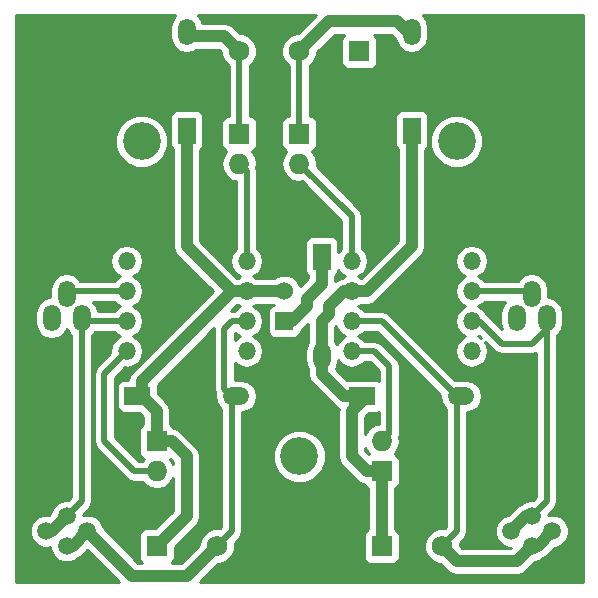
<source format=gtl>
G04 (created by PCBNEW (2013-07-07 BZR 4022)-stable) date 3/20/2015 7:52:39 PM*
%MOIN*%
G04 Gerber Fmt 3.4, Leading zero omitted, Abs format*
%FSLAX34Y34*%
G01*
G70*
G90*
G04 APERTURE LIST*
%ADD10C,0.00590551*%
%ADD11O,0.059X0.0885*%
%ADD12R,0.069X0.069*%
%ADD13C,0.069*%
%ADD14O,0.059X0.059*%
%ADD15R,0.06X0.06*%
%ADD16C,0.06*%
%ADD17C,0.059*%
%ADD18O,0.069X0.069*%
%ADD19C,0.125984*%
%ADD20R,0.0885X0.059*%
%ADD21O,0.0885X0.059*%
%ADD22R,0.059X0.0885*%
%ADD23C,0.04*%
%ADD24C,0.02*%
%ADD25C,0.01*%
G04 APERTURE END LIST*
G54D10*
G54D11*
X50000Y-36397D03*
X50500Y-35602D03*
X51000Y-36397D03*
X34500Y-36397D03*
X35000Y-35602D03*
X35500Y-36397D03*
G54D12*
X44750Y-27500D03*
G54D13*
X42750Y-27500D03*
X40750Y-27500D03*
G54D12*
X38000Y-44000D03*
G54D13*
X40000Y-44000D03*
G54D12*
X45500Y-44000D03*
G54D13*
X47500Y-44000D03*
G54D14*
X48500Y-35500D03*
X44500Y-35500D03*
X44500Y-34500D03*
X48500Y-34500D03*
X41000Y-34500D03*
X37000Y-34500D03*
X44500Y-37500D03*
X48500Y-37500D03*
X37000Y-37500D03*
X41000Y-37500D03*
X44500Y-36500D03*
X48500Y-36500D03*
X37000Y-35500D03*
X41000Y-35500D03*
X41000Y-36500D03*
X37000Y-36500D03*
G54D15*
X42250Y-36500D03*
G54D16*
X42250Y-35500D03*
G54D17*
X50500Y-43007D03*
X51188Y-43500D03*
X49811Y-43500D03*
X50500Y-43992D03*
X35000Y-43007D03*
X35688Y-43500D03*
X34311Y-43500D03*
X35000Y-43992D03*
G54D12*
X38000Y-40500D03*
G54D18*
X38000Y-41500D03*
G54D12*
X45500Y-41500D03*
G54D18*
X45500Y-40500D03*
G54D12*
X40750Y-30250D03*
G54D18*
X40750Y-31250D03*
G54D12*
X42750Y-30250D03*
G54D18*
X42750Y-31250D03*
G54D19*
X48000Y-30500D03*
X42750Y-41000D03*
X37500Y-30500D03*
G54D20*
X37352Y-39000D03*
G54D21*
X40647Y-39000D03*
G54D22*
X46500Y-30147D03*
G54D11*
X46500Y-26852D03*
G54D22*
X39000Y-30147D03*
G54D11*
X39000Y-26852D03*
G54D22*
X43500Y-34352D03*
G54D11*
X43500Y-37647D03*
G54D20*
X44852Y-39000D03*
G54D21*
X48147Y-39000D03*
G54D23*
X44500Y-35500D02*
X44250Y-35500D01*
X43500Y-36500D02*
X43500Y-37500D01*
X43750Y-36250D02*
X43500Y-36500D01*
X43750Y-36000D02*
X43750Y-36250D01*
X44250Y-35500D02*
X43750Y-36000D01*
X45500Y-41500D02*
X45500Y-44000D01*
X45500Y-41500D02*
X45000Y-41500D01*
X44500Y-39500D02*
X45000Y-39000D01*
X44500Y-41000D02*
X44500Y-39500D01*
X45000Y-41500D02*
X44500Y-41000D01*
X43500Y-37500D02*
X43500Y-38250D01*
X43500Y-38250D02*
X44250Y-39000D01*
X44250Y-39000D02*
X45000Y-39000D01*
X44500Y-35500D02*
X45000Y-35500D01*
X45000Y-35500D02*
X46500Y-34000D01*
X46500Y-34000D02*
X46500Y-30000D01*
X42750Y-27500D02*
X43750Y-26500D01*
X46000Y-26500D02*
X46500Y-27000D01*
X45250Y-26500D02*
X46000Y-26500D01*
X43750Y-26500D02*
X45250Y-26500D01*
G54D24*
X42750Y-27500D02*
X42750Y-30250D01*
G54D23*
X38000Y-40500D02*
X38500Y-40500D01*
X39000Y-43000D02*
X38000Y-44000D01*
X39000Y-42000D02*
X39000Y-43000D01*
X39000Y-41000D02*
X39000Y-42000D01*
X38500Y-40500D02*
X39000Y-41000D01*
X40500Y-35500D02*
X37500Y-38500D01*
X37500Y-38500D02*
X37500Y-39000D01*
X41000Y-35500D02*
X40500Y-35500D01*
X40500Y-35500D02*
X39000Y-34000D01*
X39000Y-34000D02*
X39000Y-30000D01*
X41000Y-35500D02*
X42250Y-35500D01*
X38000Y-40500D02*
X38000Y-39500D01*
X38000Y-39500D02*
X37500Y-39000D01*
G54D24*
X40750Y-27500D02*
X40750Y-30250D01*
G54D23*
X40750Y-27500D02*
X40250Y-27000D01*
X40250Y-27000D02*
X39000Y-27000D01*
X43500Y-34500D02*
X43500Y-35250D01*
X42500Y-36500D02*
X42250Y-36500D01*
X43000Y-36000D02*
X42500Y-36500D01*
X43000Y-35750D02*
X43000Y-36000D01*
X43500Y-35250D02*
X43000Y-35750D01*
G54D24*
X50500Y-43007D02*
X51000Y-42507D01*
X51000Y-42507D02*
X51000Y-36250D01*
G54D23*
X49811Y-43500D02*
X50303Y-43007D01*
X50303Y-43007D02*
X50500Y-43007D01*
G54D24*
X48500Y-36500D02*
X48750Y-36500D01*
X48750Y-36500D02*
X49500Y-37250D01*
X49500Y-37250D02*
X50500Y-37250D01*
X50500Y-37250D02*
X51000Y-36750D01*
X51000Y-36750D02*
X51000Y-36250D01*
X40750Y-31250D02*
X41000Y-31500D01*
X41000Y-31500D02*
X41000Y-34500D01*
X42750Y-31250D02*
X44500Y-33000D01*
X44500Y-33000D02*
X44500Y-34500D01*
X44500Y-37500D02*
X45250Y-37500D01*
X45250Y-37500D02*
X45750Y-38000D01*
X45750Y-38000D02*
X45750Y-40250D01*
X45750Y-40250D02*
X45500Y-40500D01*
G54D23*
X40000Y-44000D02*
X39000Y-45000D01*
X37188Y-45000D02*
X35688Y-43500D01*
X39000Y-45000D02*
X37188Y-45000D01*
G54D24*
X41000Y-36500D02*
X40500Y-36500D01*
X40500Y-36500D02*
X40250Y-36750D01*
X40250Y-36750D02*
X40250Y-38750D01*
X40250Y-38750D02*
X40500Y-39000D01*
X40000Y-44000D02*
X40500Y-43500D01*
X40500Y-43500D02*
X40500Y-39000D01*
G54D23*
X35000Y-43992D02*
X35196Y-43992D01*
X35196Y-43992D02*
X35688Y-43500D01*
G54D24*
X48500Y-35500D02*
X50250Y-35500D01*
X50250Y-35500D02*
X50500Y-35750D01*
X35000Y-43007D02*
X35500Y-42507D01*
X35500Y-42507D02*
X35500Y-36250D01*
X35500Y-36250D02*
X35750Y-36500D01*
X35750Y-36500D02*
X37000Y-36500D01*
G54D23*
X34311Y-43500D02*
X34507Y-43500D01*
X34507Y-43500D02*
X35000Y-43007D01*
G54D24*
X44500Y-36500D02*
X45000Y-36500D01*
X45000Y-36500D02*
X45500Y-36500D01*
X45500Y-36500D02*
X48000Y-39000D01*
X47500Y-44000D02*
X48000Y-43500D01*
X48000Y-43500D02*
X48000Y-39000D01*
G54D23*
X50500Y-43992D02*
X50696Y-43992D01*
X50696Y-43992D02*
X51188Y-43500D01*
X47500Y-44000D02*
X48000Y-44500D01*
X48000Y-44500D02*
X49750Y-44500D01*
X49750Y-44500D02*
X50000Y-44500D01*
X50000Y-44500D02*
X50500Y-44000D01*
X50500Y-44000D02*
X50500Y-43992D01*
G54D24*
X37000Y-35500D02*
X35500Y-35500D01*
X35500Y-35500D02*
X35250Y-35500D01*
X35250Y-35500D02*
X35000Y-35750D01*
X37000Y-37500D02*
X36250Y-38250D01*
X36250Y-38250D02*
X36250Y-39500D01*
X36250Y-39500D02*
X36250Y-40500D01*
X36250Y-40500D02*
X37250Y-41500D01*
X37250Y-41500D02*
X38000Y-41500D01*
G54D10*
G36*
X36775Y-36000D02*
X36603Y-36114D01*
X36580Y-36150D01*
X36027Y-36150D01*
X36003Y-36027D01*
X35885Y-35851D01*
X35883Y-35850D01*
X36580Y-35850D01*
X36603Y-35885D01*
X36775Y-36000D01*
X36775Y-36000D01*
G37*
G54D25*
X36775Y-36000D02*
X36603Y-36114D01*
X36580Y-36150D01*
X36027Y-36150D01*
X36003Y-36027D01*
X35885Y-35851D01*
X35883Y-35850D01*
X36580Y-35850D01*
X36603Y-35885D01*
X36775Y-36000D01*
G54D10*
G36*
X38550Y-41262D02*
X38549Y-41260D01*
X38429Y-41080D01*
X38439Y-41076D01*
X38550Y-41186D01*
X38550Y-41262D01*
X38550Y-41262D01*
G37*
G54D25*
X38550Y-41262D02*
X38549Y-41260D01*
X38429Y-41080D01*
X38439Y-41076D01*
X38550Y-41186D01*
X38550Y-41262D01*
G54D10*
G36*
X38550Y-42813D02*
X37958Y-43404D01*
X37605Y-43404D01*
X37513Y-43442D01*
X37443Y-43513D01*
X37405Y-43605D01*
X37404Y-43704D01*
X37404Y-44394D01*
X37442Y-44486D01*
X37506Y-44550D01*
X37375Y-44550D01*
X36234Y-43408D01*
X36234Y-43392D01*
X36151Y-43191D01*
X35998Y-43038D01*
X35797Y-42955D01*
X35581Y-42954D01*
X35545Y-42969D01*
X35545Y-42957D01*
X35747Y-42755D01*
X35823Y-42641D01*
X35823Y-42641D01*
X35850Y-42507D01*
X35850Y-36967D01*
X35885Y-36943D01*
X35948Y-36850D01*
X36580Y-36850D01*
X36603Y-36885D01*
X36775Y-37000D01*
X36603Y-37114D01*
X36485Y-37291D01*
X36444Y-37500D01*
X36454Y-37550D01*
X36002Y-38002D01*
X35926Y-38116D01*
X35900Y-38250D01*
X35900Y-39500D01*
X35900Y-40500D01*
X35926Y-40633D01*
X36002Y-40747D01*
X37002Y-41747D01*
X37116Y-41823D01*
X37250Y-41850D01*
X37524Y-41850D01*
X37579Y-41932D01*
X37772Y-42061D01*
X38000Y-42106D01*
X38227Y-42061D01*
X38420Y-41932D01*
X38549Y-41739D01*
X38550Y-41737D01*
X38550Y-42000D01*
X38550Y-42813D01*
X38550Y-42813D01*
G37*
G54D25*
X38550Y-42813D02*
X37958Y-43404D01*
X37605Y-43404D01*
X37513Y-43442D01*
X37443Y-43513D01*
X37405Y-43605D01*
X37404Y-43704D01*
X37404Y-44394D01*
X37442Y-44486D01*
X37506Y-44550D01*
X37375Y-44550D01*
X36234Y-43408D01*
X36234Y-43392D01*
X36151Y-43191D01*
X35998Y-43038D01*
X35797Y-42955D01*
X35581Y-42954D01*
X35545Y-42969D01*
X35545Y-42957D01*
X35747Y-42755D01*
X35823Y-42641D01*
X35823Y-42641D01*
X35850Y-42507D01*
X35850Y-36967D01*
X35885Y-36943D01*
X35948Y-36850D01*
X36580Y-36850D01*
X36603Y-36885D01*
X36775Y-37000D01*
X36603Y-37114D01*
X36485Y-37291D01*
X36444Y-37500D01*
X36454Y-37550D01*
X36002Y-38002D01*
X35926Y-38116D01*
X35900Y-38250D01*
X35900Y-39500D01*
X35900Y-40500D01*
X35926Y-40633D01*
X36002Y-40747D01*
X37002Y-41747D01*
X37116Y-41823D01*
X37250Y-41850D01*
X37524Y-41850D01*
X37579Y-41932D01*
X37772Y-42061D01*
X38000Y-42106D01*
X38227Y-42061D01*
X38420Y-41932D01*
X38549Y-41739D01*
X38550Y-41737D01*
X38550Y-42000D01*
X38550Y-42813D01*
G54D10*
G36*
X40150Y-43355D02*
X40099Y-43405D01*
X39882Y-43404D01*
X39663Y-43495D01*
X39495Y-43662D01*
X39405Y-43881D01*
X39405Y-43958D01*
X38813Y-44550D01*
X38493Y-44550D01*
X38556Y-44486D01*
X38594Y-44394D01*
X38595Y-44295D01*
X38595Y-44041D01*
X39318Y-43318D01*
X39415Y-43172D01*
X39450Y-43000D01*
X39450Y-42000D01*
X39450Y-41000D01*
X39415Y-40827D01*
X39318Y-40681D01*
X38818Y-40181D01*
X38672Y-40084D01*
X38578Y-40065D01*
X38557Y-40013D01*
X38486Y-39943D01*
X38450Y-39927D01*
X38450Y-39500D01*
X38415Y-39327D01*
X38318Y-39181D01*
X38045Y-38908D01*
X38045Y-38655D01*
X38026Y-38610D01*
X39903Y-36733D01*
X39900Y-36750D01*
X39900Y-38750D01*
X39926Y-38883D01*
X39955Y-38927D01*
X39941Y-39000D01*
X39982Y-39208D01*
X40101Y-39385D01*
X40150Y-39418D01*
X40150Y-43355D01*
X40150Y-43355D01*
G37*
G54D25*
X40150Y-43355D02*
X40099Y-43405D01*
X39882Y-43404D01*
X39663Y-43495D01*
X39495Y-43662D01*
X39405Y-43881D01*
X39405Y-43958D01*
X38813Y-44550D01*
X38493Y-44550D01*
X38556Y-44486D01*
X38594Y-44394D01*
X38595Y-44295D01*
X38595Y-44041D01*
X39318Y-43318D01*
X39415Y-43172D01*
X39450Y-43000D01*
X39450Y-42000D01*
X39450Y-41000D01*
X39415Y-40827D01*
X39318Y-40681D01*
X38818Y-40181D01*
X38672Y-40084D01*
X38578Y-40065D01*
X38557Y-40013D01*
X38486Y-39943D01*
X38450Y-39927D01*
X38450Y-39500D01*
X38415Y-39327D01*
X38318Y-39181D01*
X38045Y-38908D01*
X38045Y-38655D01*
X38026Y-38610D01*
X39903Y-36733D01*
X39900Y-36750D01*
X39900Y-38750D01*
X39926Y-38883D01*
X39955Y-38927D01*
X39941Y-39000D01*
X39982Y-39208D01*
X40101Y-39385D01*
X40150Y-39418D01*
X40150Y-43355D01*
G54D10*
G36*
X40775Y-35000D02*
X40700Y-35050D01*
X40686Y-35050D01*
X39450Y-33813D01*
X39450Y-30788D01*
X39506Y-30731D01*
X39544Y-30639D01*
X39545Y-30540D01*
X39545Y-29655D01*
X39507Y-29563D01*
X39436Y-29493D01*
X39344Y-29455D01*
X39245Y-29454D01*
X38655Y-29454D01*
X38563Y-29492D01*
X38493Y-29563D01*
X38455Y-29655D01*
X38454Y-29754D01*
X38454Y-30639D01*
X38492Y-30731D01*
X38550Y-30788D01*
X38550Y-34000D01*
X38584Y-34172D01*
X38681Y-34318D01*
X39863Y-35500D01*
X38382Y-36980D01*
X38382Y-30660D01*
X38379Y-30493D01*
X38380Y-30325D01*
X38377Y-30318D01*
X38376Y-30310D01*
X38254Y-30013D01*
X38250Y-30012D01*
X38246Y-30002D01*
X37999Y-29754D01*
X37988Y-29749D01*
X37986Y-29745D01*
X37830Y-29684D01*
X37675Y-29620D01*
X37667Y-29620D01*
X37660Y-29617D01*
X37493Y-29620D01*
X37325Y-29619D01*
X37318Y-29622D01*
X37310Y-29623D01*
X37013Y-29745D01*
X37012Y-29749D01*
X37002Y-29753D01*
X36754Y-30000D01*
X36749Y-30011D01*
X36745Y-30013D01*
X36684Y-30169D01*
X36620Y-30324D01*
X36620Y-30332D01*
X36617Y-30339D01*
X36620Y-30506D01*
X36619Y-30674D01*
X36622Y-30681D01*
X36623Y-30689D01*
X36745Y-30986D01*
X36749Y-30987D01*
X36753Y-30997D01*
X37000Y-31245D01*
X37011Y-31250D01*
X37013Y-31254D01*
X37169Y-31315D01*
X37324Y-31379D01*
X37332Y-31379D01*
X37339Y-31382D01*
X37506Y-31379D01*
X37674Y-31380D01*
X37681Y-31377D01*
X37689Y-31376D01*
X37986Y-31254D01*
X37987Y-31250D01*
X37997Y-31246D01*
X38245Y-30999D01*
X38250Y-30988D01*
X38254Y-30986D01*
X38315Y-30830D01*
X38379Y-30675D01*
X38379Y-30667D01*
X38382Y-30660D01*
X38382Y-36980D01*
X37181Y-38181D01*
X37084Y-38327D01*
X37058Y-38454D01*
X36860Y-38454D01*
X36768Y-38492D01*
X36698Y-38563D01*
X36660Y-38655D01*
X36659Y-38754D01*
X36659Y-39344D01*
X36697Y-39436D01*
X36768Y-39506D01*
X36860Y-39544D01*
X36959Y-39545D01*
X37408Y-39545D01*
X37550Y-39686D01*
X37550Y-39927D01*
X37513Y-39942D01*
X37443Y-40013D01*
X37405Y-40105D01*
X37404Y-40204D01*
X37404Y-40894D01*
X37442Y-40986D01*
X37513Y-41056D01*
X37570Y-41080D01*
X37524Y-41150D01*
X37394Y-41150D01*
X36600Y-40355D01*
X36600Y-39500D01*
X36600Y-38394D01*
X36956Y-38038D01*
X36989Y-38045D01*
X37010Y-38045D01*
X37219Y-38003D01*
X37396Y-37885D01*
X37514Y-37708D01*
X37555Y-37500D01*
X37514Y-37291D01*
X37396Y-37114D01*
X37224Y-37000D01*
X37396Y-36885D01*
X37514Y-36708D01*
X37555Y-36500D01*
X37514Y-36291D01*
X37396Y-36114D01*
X37224Y-36000D01*
X37396Y-35885D01*
X37514Y-35708D01*
X37555Y-35500D01*
X37514Y-35291D01*
X37396Y-35114D01*
X37224Y-34999D01*
X37396Y-34885D01*
X37514Y-34708D01*
X37555Y-34500D01*
X37514Y-34291D01*
X37396Y-34114D01*
X37219Y-33996D01*
X37010Y-33955D01*
X36989Y-33955D01*
X36780Y-33996D01*
X36603Y-34114D01*
X36485Y-34291D01*
X36444Y-34500D01*
X36485Y-34708D01*
X36603Y-34885D01*
X36775Y-35000D01*
X36603Y-35114D01*
X36580Y-35150D01*
X35500Y-35150D01*
X35448Y-35150D01*
X35385Y-35056D01*
X35208Y-34937D01*
X35000Y-34896D01*
X34791Y-34937D01*
X34614Y-35056D01*
X34496Y-35232D01*
X34455Y-35441D01*
X34455Y-35700D01*
X34291Y-35732D01*
X34114Y-35851D01*
X33996Y-36027D01*
X33955Y-36236D01*
X33955Y-36558D01*
X33996Y-36767D01*
X34114Y-36943D01*
X34291Y-37062D01*
X34500Y-37103D01*
X34708Y-37062D01*
X34885Y-36943D01*
X34999Y-36772D01*
X35114Y-36943D01*
X35150Y-36967D01*
X35150Y-42362D01*
X35049Y-42462D01*
X34892Y-42462D01*
X34691Y-42545D01*
X34538Y-42698D01*
X34455Y-42898D01*
X34455Y-42916D01*
X34416Y-42955D01*
X34203Y-42954D01*
X34002Y-43037D01*
X33849Y-43190D01*
X33766Y-43391D01*
X33765Y-43607D01*
X33848Y-43808D01*
X34001Y-43961D01*
X34202Y-44044D01*
X34418Y-44045D01*
X34454Y-44030D01*
X34454Y-44100D01*
X34537Y-44300D01*
X34690Y-44453D01*
X34891Y-44537D01*
X35107Y-44537D01*
X35308Y-44454D01*
X35351Y-44411D01*
X35369Y-44407D01*
X35515Y-44310D01*
X35688Y-44136D01*
X36752Y-45200D01*
X33300Y-45200D01*
X33300Y-26300D01*
X38623Y-26300D01*
X38614Y-26306D01*
X38496Y-26482D01*
X38455Y-26691D01*
X38455Y-27013D01*
X38496Y-27222D01*
X38614Y-27398D01*
X38791Y-27517D01*
X39000Y-27558D01*
X39208Y-27517D01*
X39308Y-27450D01*
X40063Y-27450D01*
X40154Y-27541D01*
X40154Y-27617D01*
X40245Y-27836D01*
X40400Y-27991D01*
X40400Y-29654D01*
X40355Y-29654D01*
X40263Y-29692D01*
X40193Y-29763D01*
X40155Y-29855D01*
X40154Y-29954D01*
X40154Y-30644D01*
X40192Y-30736D01*
X40263Y-30806D01*
X40320Y-30830D01*
X40200Y-31010D01*
X40155Y-31238D01*
X40155Y-31261D01*
X40200Y-31489D01*
X40329Y-31682D01*
X40522Y-31811D01*
X40650Y-31836D01*
X40650Y-34083D01*
X40603Y-34114D01*
X40485Y-34291D01*
X40444Y-34500D01*
X40485Y-34708D01*
X40603Y-34885D01*
X40775Y-35000D01*
X40775Y-35000D01*
G37*
G54D25*
X40775Y-35000D02*
X40700Y-35050D01*
X40686Y-35050D01*
X39450Y-33813D01*
X39450Y-30788D01*
X39506Y-30731D01*
X39544Y-30639D01*
X39545Y-30540D01*
X39545Y-29655D01*
X39507Y-29563D01*
X39436Y-29493D01*
X39344Y-29455D01*
X39245Y-29454D01*
X38655Y-29454D01*
X38563Y-29492D01*
X38493Y-29563D01*
X38455Y-29655D01*
X38454Y-29754D01*
X38454Y-30639D01*
X38492Y-30731D01*
X38550Y-30788D01*
X38550Y-34000D01*
X38584Y-34172D01*
X38681Y-34318D01*
X39863Y-35500D01*
X38382Y-36980D01*
X38382Y-30660D01*
X38379Y-30493D01*
X38380Y-30325D01*
X38377Y-30318D01*
X38376Y-30310D01*
X38254Y-30013D01*
X38250Y-30012D01*
X38246Y-30002D01*
X37999Y-29754D01*
X37988Y-29749D01*
X37986Y-29745D01*
X37830Y-29684D01*
X37675Y-29620D01*
X37667Y-29620D01*
X37660Y-29617D01*
X37493Y-29620D01*
X37325Y-29619D01*
X37318Y-29622D01*
X37310Y-29623D01*
X37013Y-29745D01*
X37012Y-29749D01*
X37002Y-29753D01*
X36754Y-30000D01*
X36749Y-30011D01*
X36745Y-30013D01*
X36684Y-30169D01*
X36620Y-30324D01*
X36620Y-30332D01*
X36617Y-30339D01*
X36620Y-30506D01*
X36619Y-30674D01*
X36622Y-30681D01*
X36623Y-30689D01*
X36745Y-30986D01*
X36749Y-30987D01*
X36753Y-30997D01*
X37000Y-31245D01*
X37011Y-31250D01*
X37013Y-31254D01*
X37169Y-31315D01*
X37324Y-31379D01*
X37332Y-31379D01*
X37339Y-31382D01*
X37506Y-31379D01*
X37674Y-31380D01*
X37681Y-31377D01*
X37689Y-31376D01*
X37986Y-31254D01*
X37987Y-31250D01*
X37997Y-31246D01*
X38245Y-30999D01*
X38250Y-30988D01*
X38254Y-30986D01*
X38315Y-30830D01*
X38379Y-30675D01*
X38379Y-30667D01*
X38382Y-30660D01*
X38382Y-36980D01*
X37181Y-38181D01*
X37084Y-38327D01*
X37058Y-38454D01*
X36860Y-38454D01*
X36768Y-38492D01*
X36698Y-38563D01*
X36660Y-38655D01*
X36659Y-38754D01*
X36659Y-39344D01*
X36697Y-39436D01*
X36768Y-39506D01*
X36860Y-39544D01*
X36959Y-39545D01*
X37408Y-39545D01*
X37550Y-39686D01*
X37550Y-39927D01*
X37513Y-39942D01*
X37443Y-40013D01*
X37405Y-40105D01*
X37404Y-40204D01*
X37404Y-40894D01*
X37442Y-40986D01*
X37513Y-41056D01*
X37570Y-41080D01*
X37524Y-41150D01*
X37394Y-41150D01*
X36600Y-40355D01*
X36600Y-39500D01*
X36600Y-38394D01*
X36956Y-38038D01*
X36989Y-38045D01*
X37010Y-38045D01*
X37219Y-38003D01*
X37396Y-37885D01*
X37514Y-37708D01*
X37555Y-37500D01*
X37514Y-37291D01*
X37396Y-37114D01*
X37224Y-37000D01*
X37396Y-36885D01*
X37514Y-36708D01*
X37555Y-36500D01*
X37514Y-36291D01*
X37396Y-36114D01*
X37224Y-36000D01*
X37396Y-35885D01*
X37514Y-35708D01*
X37555Y-35500D01*
X37514Y-35291D01*
X37396Y-35114D01*
X37224Y-34999D01*
X37396Y-34885D01*
X37514Y-34708D01*
X37555Y-34500D01*
X37514Y-34291D01*
X37396Y-34114D01*
X37219Y-33996D01*
X37010Y-33955D01*
X36989Y-33955D01*
X36780Y-33996D01*
X36603Y-34114D01*
X36485Y-34291D01*
X36444Y-34500D01*
X36485Y-34708D01*
X36603Y-34885D01*
X36775Y-35000D01*
X36603Y-35114D01*
X36580Y-35150D01*
X35500Y-35150D01*
X35448Y-35150D01*
X35385Y-35056D01*
X35208Y-34937D01*
X35000Y-34896D01*
X34791Y-34937D01*
X34614Y-35056D01*
X34496Y-35232D01*
X34455Y-35441D01*
X34455Y-35700D01*
X34291Y-35732D01*
X34114Y-35851D01*
X33996Y-36027D01*
X33955Y-36236D01*
X33955Y-36558D01*
X33996Y-36767D01*
X34114Y-36943D01*
X34291Y-37062D01*
X34500Y-37103D01*
X34708Y-37062D01*
X34885Y-36943D01*
X34999Y-36772D01*
X35114Y-36943D01*
X35150Y-36967D01*
X35150Y-42362D01*
X35049Y-42462D01*
X34892Y-42462D01*
X34691Y-42545D01*
X34538Y-42698D01*
X34455Y-42898D01*
X34455Y-42916D01*
X34416Y-42955D01*
X34203Y-42954D01*
X34002Y-43037D01*
X33849Y-43190D01*
X33766Y-43391D01*
X33765Y-43607D01*
X33848Y-43808D01*
X34001Y-43961D01*
X34202Y-44044D01*
X34418Y-44045D01*
X34454Y-44030D01*
X34454Y-44100D01*
X34537Y-44300D01*
X34690Y-44453D01*
X34891Y-44537D01*
X35107Y-44537D01*
X35308Y-44454D01*
X35351Y-44411D01*
X35369Y-44407D01*
X35515Y-44310D01*
X35688Y-44136D01*
X36752Y-45200D01*
X33300Y-45200D01*
X33300Y-26300D01*
X38623Y-26300D01*
X38614Y-26306D01*
X38496Y-26482D01*
X38455Y-26691D01*
X38455Y-27013D01*
X38496Y-27222D01*
X38614Y-27398D01*
X38791Y-27517D01*
X39000Y-27558D01*
X39208Y-27517D01*
X39308Y-27450D01*
X40063Y-27450D01*
X40154Y-27541D01*
X40154Y-27617D01*
X40245Y-27836D01*
X40400Y-27991D01*
X40400Y-29654D01*
X40355Y-29654D01*
X40263Y-29692D01*
X40193Y-29763D01*
X40155Y-29855D01*
X40154Y-29954D01*
X40154Y-30644D01*
X40192Y-30736D01*
X40263Y-30806D01*
X40320Y-30830D01*
X40200Y-31010D01*
X40155Y-31238D01*
X40155Y-31261D01*
X40200Y-31489D01*
X40329Y-31682D01*
X40522Y-31811D01*
X40650Y-31836D01*
X40650Y-34083D01*
X40603Y-34114D01*
X40485Y-34291D01*
X40444Y-34500D01*
X40485Y-34708D01*
X40603Y-34885D01*
X40775Y-35000D01*
G54D10*
G36*
X40775Y-36000D02*
X40603Y-36114D01*
X40580Y-36150D01*
X40500Y-36150D01*
X40483Y-36153D01*
X40686Y-35950D01*
X40700Y-35950D01*
X40775Y-36000D01*
X40775Y-36000D01*
G37*
G54D25*
X40775Y-36000D02*
X40603Y-36114D01*
X40580Y-36150D01*
X40500Y-36150D01*
X40483Y-36153D01*
X40686Y-35950D01*
X40700Y-35950D01*
X40775Y-36000D01*
G54D10*
G36*
X40775Y-37000D02*
X40603Y-37114D01*
X40600Y-37120D01*
X40600Y-36894D01*
X40607Y-36887D01*
X40775Y-37000D01*
X40775Y-37000D01*
G37*
G54D25*
X40775Y-37000D02*
X40603Y-37114D01*
X40600Y-37120D01*
X40600Y-36894D01*
X40607Y-36887D01*
X40775Y-37000D01*
G54D10*
G36*
X44150Y-34083D02*
X44103Y-34114D01*
X44045Y-34202D01*
X44045Y-33860D01*
X44007Y-33768D01*
X43936Y-33698D01*
X43844Y-33660D01*
X43745Y-33659D01*
X43155Y-33659D01*
X43063Y-33697D01*
X42993Y-33768D01*
X42955Y-33860D01*
X42954Y-33959D01*
X42954Y-34844D01*
X42992Y-34936D01*
X43050Y-34993D01*
X43050Y-35063D01*
X42777Y-35336D01*
X42716Y-35188D01*
X42561Y-35034D01*
X42359Y-34950D01*
X42141Y-34949D01*
X41938Y-35033D01*
X41922Y-35050D01*
X41299Y-35050D01*
X41224Y-34999D01*
X41396Y-34885D01*
X41514Y-34708D01*
X41555Y-34500D01*
X41514Y-34291D01*
X41396Y-34114D01*
X41350Y-34083D01*
X41350Y-31500D01*
X41323Y-31368D01*
X41345Y-31261D01*
X41345Y-31238D01*
X41299Y-31010D01*
X41179Y-30830D01*
X41236Y-30807D01*
X41306Y-30736D01*
X41344Y-30644D01*
X41345Y-30545D01*
X41345Y-29855D01*
X41307Y-29763D01*
X41236Y-29693D01*
X41144Y-29655D01*
X41100Y-29655D01*
X41100Y-27991D01*
X41254Y-27837D01*
X41344Y-27618D01*
X41345Y-27382D01*
X41254Y-27163D01*
X41087Y-26995D01*
X40868Y-26905D01*
X40791Y-26905D01*
X40568Y-26681D01*
X40422Y-26584D01*
X40250Y-26550D01*
X39516Y-26550D01*
X39503Y-26482D01*
X39385Y-26306D01*
X39376Y-26300D01*
X43313Y-26300D01*
X42708Y-26904D01*
X42632Y-26904D01*
X42413Y-26995D01*
X42245Y-27162D01*
X42155Y-27381D01*
X42154Y-27617D01*
X42245Y-27836D01*
X42400Y-27991D01*
X42400Y-29654D01*
X42355Y-29654D01*
X42263Y-29692D01*
X42193Y-29763D01*
X42155Y-29855D01*
X42154Y-29954D01*
X42154Y-30644D01*
X42192Y-30736D01*
X42263Y-30806D01*
X42320Y-30830D01*
X42200Y-31010D01*
X42155Y-31238D01*
X42155Y-31261D01*
X42200Y-31489D01*
X42329Y-31682D01*
X42522Y-31811D01*
X42750Y-31856D01*
X42843Y-31838D01*
X44150Y-33144D01*
X44150Y-34083D01*
X44150Y-34083D01*
G37*
G54D25*
X44150Y-34083D02*
X44103Y-34114D01*
X44045Y-34202D01*
X44045Y-33860D01*
X44007Y-33768D01*
X43936Y-33698D01*
X43844Y-33660D01*
X43745Y-33659D01*
X43155Y-33659D01*
X43063Y-33697D01*
X42993Y-33768D01*
X42955Y-33860D01*
X42954Y-33959D01*
X42954Y-34844D01*
X42992Y-34936D01*
X43050Y-34993D01*
X43050Y-35063D01*
X42777Y-35336D01*
X42716Y-35188D01*
X42561Y-35034D01*
X42359Y-34950D01*
X42141Y-34949D01*
X41938Y-35033D01*
X41922Y-35050D01*
X41299Y-35050D01*
X41224Y-34999D01*
X41396Y-34885D01*
X41514Y-34708D01*
X41555Y-34500D01*
X41514Y-34291D01*
X41396Y-34114D01*
X41350Y-34083D01*
X41350Y-31500D01*
X41323Y-31368D01*
X41345Y-31261D01*
X41345Y-31238D01*
X41299Y-31010D01*
X41179Y-30830D01*
X41236Y-30807D01*
X41306Y-30736D01*
X41344Y-30644D01*
X41345Y-30545D01*
X41345Y-29855D01*
X41307Y-29763D01*
X41236Y-29693D01*
X41144Y-29655D01*
X41100Y-29655D01*
X41100Y-27991D01*
X41254Y-27837D01*
X41344Y-27618D01*
X41345Y-27382D01*
X41254Y-27163D01*
X41087Y-26995D01*
X40868Y-26905D01*
X40791Y-26905D01*
X40568Y-26681D01*
X40422Y-26584D01*
X40250Y-26550D01*
X39516Y-26550D01*
X39503Y-26482D01*
X39385Y-26306D01*
X39376Y-26300D01*
X43313Y-26300D01*
X42708Y-26904D01*
X42632Y-26904D01*
X42413Y-26995D01*
X42245Y-27162D01*
X42155Y-27381D01*
X42154Y-27617D01*
X42245Y-27836D01*
X42400Y-27991D01*
X42400Y-29654D01*
X42355Y-29654D01*
X42263Y-29692D01*
X42193Y-29763D01*
X42155Y-29855D01*
X42154Y-29954D01*
X42154Y-30644D01*
X42192Y-30736D01*
X42263Y-30806D01*
X42320Y-30830D01*
X42200Y-31010D01*
X42155Y-31238D01*
X42155Y-31261D01*
X42200Y-31489D01*
X42329Y-31682D01*
X42522Y-31811D01*
X42750Y-31856D01*
X42843Y-31838D01*
X44150Y-33144D01*
X44150Y-34083D01*
G54D10*
G36*
X44275Y-35000D02*
X44179Y-35063D01*
X44077Y-35084D01*
X43950Y-35169D01*
X43950Y-34993D01*
X44006Y-34936D01*
X44044Y-34844D01*
X44044Y-34797D01*
X44103Y-34885D01*
X44275Y-35000D01*
X44275Y-35000D01*
G37*
G54D25*
X44275Y-35000D02*
X44179Y-35063D01*
X44077Y-35084D01*
X43950Y-35169D01*
X43950Y-34993D01*
X44006Y-34936D01*
X44044Y-34844D01*
X44044Y-34797D01*
X44103Y-34885D01*
X44275Y-35000D01*
G54D10*
G36*
X44275Y-37000D02*
X44103Y-37114D01*
X43999Y-37271D01*
X43950Y-37197D01*
X43950Y-36686D01*
X43976Y-36660D01*
X43985Y-36708D01*
X44103Y-36885D01*
X44275Y-37000D01*
X44275Y-37000D01*
G37*
G54D25*
X44275Y-37000D02*
X44103Y-37114D01*
X43999Y-37271D01*
X43950Y-37197D01*
X43950Y-36686D01*
X43976Y-36660D01*
X43985Y-36708D01*
X44103Y-36885D01*
X44275Y-37000D01*
G54D10*
G36*
X45070Y-40919D02*
X45060Y-40923D01*
X44950Y-40813D01*
X44950Y-40737D01*
X44950Y-40739D01*
X45070Y-40919D01*
X45070Y-40919D01*
G37*
G54D25*
X45070Y-40919D02*
X45060Y-40923D01*
X44950Y-40813D01*
X44950Y-40737D01*
X44950Y-40739D01*
X45070Y-40919D01*
G54D10*
G36*
X45400Y-38477D02*
X45344Y-38455D01*
X45245Y-38454D01*
X44360Y-38454D01*
X44346Y-38460D01*
X43963Y-38077D01*
X44003Y-38017D01*
X44045Y-37808D01*
X44045Y-37797D01*
X44103Y-37885D01*
X44280Y-38003D01*
X44489Y-38045D01*
X44510Y-38045D01*
X44719Y-38003D01*
X44896Y-37885D01*
X44919Y-37850D01*
X45105Y-37850D01*
X45400Y-38144D01*
X45400Y-38477D01*
X45400Y-38477D01*
G37*
G54D25*
X45400Y-38477D02*
X45344Y-38455D01*
X45245Y-38454D01*
X44360Y-38454D01*
X44346Y-38460D01*
X43963Y-38077D01*
X44003Y-38017D01*
X44045Y-37808D01*
X44045Y-37797D01*
X44103Y-37885D01*
X44280Y-38003D01*
X44489Y-38045D01*
X44510Y-38045D01*
X44719Y-38003D01*
X44896Y-37885D01*
X44919Y-37850D01*
X45105Y-37850D01*
X45400Y-38144D01*
X45400Y-38477D01*
G54D10*
G36*
X45400Y-39913D02*
X45272Y-39938D01*
X45079Y-40067D01*
X44950Y-40260D01*
X44950Y-40262D01*
X44950Y-39686D01*
X45091Y-39545D01*
X45344Y-39545D01*
X45400Y-39522D01*
X45400Y-39913D01*
X45400Y-39913D01*
G37*
G54D25*
X45400Y-39913D02*
X45272Y-39938D01*
X45079Y-40067D01*
X44950Y-40260D01*
X44950Y-40262D01*
X44950Y-39686D01*
X45091Y-39545D01*
X45344Y-39545D01*
X45400Y-39522D01*
X45400Y-39913D01*
G54D10*
G36*
X48816Y-37061D02*
X48724Y-37000D01*
X48742Y-36987D01*
X48816Y-37061D01*
X48816Y-37061D01*
G37*
G54D25*
X48816Y-37061D02*
X48724Y-37000D01*
X48742Y-36987D01*
X48816Y-37061D01*
G54D10*
G36*
X49616Y-35850D02*
X49614Y-35851D01*
X49496Y-36027D01*
X49455Y-36236D01*
X49455Y-36558D01*
X49492Y-36747D01*
X48997Y-36252D01*
X48980Y-36241D01*
X48896Y-36114D01*
X48724Y-36000D01*
X48896Y-35885D01*
X48919Y-35850D01*
X49616Y-35850D01*
X49616Y-35850D01*
G37*
G54D25*
X49616Y-35850D02*
X49614Y-35851D01*
X49496Y-36027D01*
X49455Y-36236D01*
X49455Y-36558D01*
X49492Y-36747D01*
X48997Y-36252D01*
X48980Y-36241D01*
X48896Y-36114D01*
X48724Y-36000D01*
X48896Y-35885D01*
X48919Y-35850D01*
X49616Y-35850D01*
G54D10*
G36*
X52200Y-45200D02*
X43632Y-45200D01*
X43632Y-41160D01*
X43629Y-40993D01*
X43630Y-40825D01*
X43627Y-40818D01*
X43626Y-40810D01*
X43504Y-40513D01*
X43500Y-40512D01*
X43496Y-40502D01*
X43249Y-40254D01*
X43238Y-40249D01*
X43236Y-40245D01*
X43080Y-40184D01*
X42925Y-40120D01*
X42917Y-40120D01*
X42910Y-40117D01*
X42743Y-40120D01*
X42575Y-40119D01*
X42568Y-40122D01*
X42560Y-40123D01*
X42263Y-40245D01*
X42262Y-40249D01*
X42252Y-40253D01*
X42004Y-40500D01*
X41999Y-40511D01*
X41995Y-40513D01*
X41934Y-40669D01*
X41870Y-40824D01*
X41870Y-40832D01*
X41867Y-40839D01*
X41870Y-41006D01*
X41869Y-41174D01*
X41872Y-41181D01*
X41873Y-41189D01*
X41995Y-41486D01*
X41999Y-41487D01*
X42003Y-41497D01*
X42250Y-41745D01*
X42261Y-41750D01*
X42263Y-41754D01*
X42419Y-41815D01*
X42574Y-41879D01*
X42582Y-41879D01*
X42589Y-41882D01*
X42756Y-41879D01*
X42924Y-41880D01*
X42931Y-41877D01*
X42939Y-41876D01*
X43236Y-41754D01*
X43237Y-41750D01*
X43247Y-41746D01*
X43495Y-41499D01*
X43500Y-41488D01*
X43504Y-41486D01*
X43565Y-41330D01*
X43629Y-41175D01*
X43629Y-41167D01*
X43632Y-41160D01*
X43632Y-45200D01*
X39436Y-45200D01*
X40041Y-44595D01*
X40117Y-44595D01*
X40336Y-44504D01*
X40504Y-44337D01*
X40594Y-44118D01*
X40595Y-43899D01*
X40747Y-43747D01*
X40823Y-43633D01*
X40823Y-43633D01*
X40850Y-43500D01*
X40850Y-39536D01*
X41017Y-39503D01*
X41193Y-39385D01*
X41312Y-39208D01*
X41353Y-39000D01*
X41312Y-38791D01*
X41193Y-38614D01*
X41017Y-38496D01*
X40808Y-38455D01*
X40600Y-38455D01*
X40600Y-37879D01*
X40603Y-37885D01*
X40780Y-38003D01*
X40989Y-38045D01*
X41010Y-38045D01*
X41219Y-38003D01*
X41396Y-37885D01*
X41514Y-37708D01*
X41555Y-37500D01*
X41514Y-37291D01*
X41396Y-37114D01*
X41224Y-37000D01*
X41396Y-36885D01*
X41514Y-36708D01*
X41555Y-36500D01*
X41514Y-36291D01*
X41396Y-36114D01*
X41224Y-36000D01*
X41299Y-35950D01*
X41900Y-35950D01*
X41808Y-35987D01*
X41738Y-36058D01*
X41700Y-36150D01*
X41699Y-36249D01*
X41699Y-36849D01*
X41737Y-36941D01*
X41808Y-37011D01*
X41900Y-37049D01*
X41999Y-37050D01*
X42599Y-37050D01*
X42691Y-37012D01*
X42761Y-36941D01*
X42799Y-36849D01*
X42799Y-36830D01*
X42818Y-36818D01*
X43050Y-36586D01*
X43050Y-37197D01*
X42996Y-37277D01*
X42955Y-37486D01*
X42955Y-37808D01*
X42996Y-38017D01*
X43050Y-38097D01*
X43050Y-38250D01*
X43084Y-38422D01*
X43181Y-38568D01*
X43931Y-39318D01*
X43931Y-39318D01*
X44068Y-39409D01*
X44050Y-39500D01*
X44050Y-41000D01*
X44084Y-41172D01*
X44181Y-41318D01*
X44681Y-41818D01*
X44827Y-41915D01*
X44921Y-41934D01*
X44942Y-41986D01*
X45013Y-42056D01*
X45050Y-42072D01*
X45050Y-43427D01*
X45013Y-43442D01*
X44943Y-43513D01*
X44905Y-43605D01*
X44904Y-43704D01*
X44904Y-44394D01*
X44942Y-44486D01*
X45013Y-44556D01*
X45105Y-44594D01*
X45204Y-44595D01*
X45894Y-44595D01*
X45986Y-44557D01*
X46056Y-44486D01*
X46094Y-44394D01*
X46095Y-44295D01*
X46095Y-43605D01*
X46057Y-43513D01*
X45986Y-43443D01*
X45950Y-43427D01*
X45950Y-42072D01*
X45986Y-42057D01*
X46056Y-41986D01*
X46094Y-41894D01*
X46095Y-41795D01*
X46095Y-41105D01*
X46057Y-41013D01*
X45986Y-40943D01*
X45929Y-40919D01*
X46049Y-40739D01*
X46095Y-40511D01*
X46095Y-40488D01*
X46073Y-40381D01*
X46100Y-40250D01*
X46100Y-38000D01*
X46073Y-37866D01*
X46073Y-37866D01*
X45997Y-37752D01*
X45497Y-37252D01*
X45383Y-37176D01*
X45250Y-37150D01*
X44919Y-37150D01*
X44896Y-37114D01*
X44724Y-37000D01*
X44896Y-36885D01*
X44919Y-36850D01*
X45000Y-36850D01*
X45355Y-36850D01*
X47451Y-38946D01*
X47441Y-39000D01*
X47482Y-39208D01*
X47601Y-39385D01*
X47650Y-39418D01*
X47650Y-43355D01*
X47599Y-43405D01*
X47382Y-43404D01*
X47163Y-43495D01*
X46995Y-43662D01*
X46905Y-43881D01*
X46904Y-44117D01*
X46995Y-44336D01*
X47162Y-44504D01*
X47381Y-44594D01*
X47458Y-44594D01*
X47681Y-44818D01*
X47827Y-44915D01*
X48000Y-44950D01*
X49750Y-44950D01*
X50000Y-44950D01*
X50172Y-44915D01*
X50318Y-44818D01*
X50599Y-44537D01*
X50607Y-44537D01*
X50808Y-44454D01*
X50851Y-44411D01*
X50869Y-44407D01*
X51015Y-44310D01*
X51280Y-44045D01*
X51296Y-44045D01*
X51497Y-43962D01*
X51650Y-43809D01*
X51733Y-43608D01*
X51734Y-43392D01*
X51651Y-43191D01*
X51498Y-43038D01*
X51297Y-42955D01*
X51081Y-42954D01*
X51045Y-42969D01*
X51045Y-42957D01*
X51247Y-42755D01*
X51323Y-42641D01*
X51323Y-42641D01*
X51350Y-42507D01*
X51350Y-36967D01*
X51385Y-36943D01*
X51503Y-36767D01*
X51545Y-36558D01*
X51545Y-36236D01*
X51503Y-36027D01*
X51385Y-35851D01*
X51208Y-35732D01*
X51045Y-35700D01*
X51045Y-35441D01*
X51003Y-35232D01*
X50885Y-35056D01*
X50708Y-34937D01*
X50500Y-34896D01*
X50291Y-34937D01*
X50114Y-35056D01*
X50051Y-35150D01*
X48919Y-35150D01*
X48896Y-35114D01*
X48724Y-34999D01*
X48896Y-34885D01*
X49014Y-34708D01*
X49055Y-34500D01*
X49014Y-34291D01*
X48896Y-34114D01*
X48882Y-34105D01*
X48882Y-30660D01*
X48879Y-30493D01*
X48880Y-30325D01*
X48877Y-30318D01*
X48876Y-30310D01*
X48754Y-30013D01*
X48750Y-30012D01*
X48746Y-30002D01*
X48499Y-29754D01*
X48488Y-29749D01*
X48486Y-29745D01*
X48330Y-29684D01*
X48175Y-29620D01*
X48167Y-29620D01*
X48160Y-29617D01*
X47993Y-29620D01*
X47825Y-29619D01*
X47818Y-29622D01*
X47810Y-29623D01*
X47513Y-29745D01*
X47512Y-29749D01*
X47502Y-29753D01*
X47254Y-30000D01*
X47249Y-30011D01*
X47245Y-30013D01*
X47184Y-30169D01*
X47120Y-30324D01*
X47120Y-30332D01*
X47117Y-30339D01*
X47120Y-30506D01*
X47119Y-30674D01*
X47122Y-30681D01*
X47123Y-30689D01*
X47245Y-30986D01*
X47249Y-30987D01*
X47253Y-30997D01*
X47500Y-31245D01*
X47511Y-31250D01*
X47513Y-31254D01*
X47669Y-31315D01*
X47824Y-31379D01*
X47832Y-31379D01*
X47839Y-31382D01*
X48006Y-31379D01*
X48174Y-31380D01*
X48181Y-31377D01*
X48189Y-31376D01*
X48486Y-31254D01*
X48487Y-31250D01*
X48497Y-31246D01*
X48745Y-30999D01*
X48750Y-30988D01*
X48754Y-30986D01*
X48815Y-30830D01*
X48879Y-30675D01*
X48879Y-30667D01*
X48882Y-30660D01*
X48882Y-34105D01*
X48719Y-33996D01*
X48510Y-33955D01*
X48489Y-33955D01*
X48280Y-33996D01*
X48103Y-34114D01*
X47985Y-34291D01*
X47944Y-34500D01*
X47985Y-34708D01*
X48103Y-34885D01*
X48275Y-35000D01*
X48103Y-35114D01*
X47985Y-35291D01*
X47944Y-35500D01*
X47985Y-35708D01*
X48103Y-35885D01*
X48275Y-36000D01*
X48103Y-36114D01*
X47985Y-36291D01*
X47944Y-36500D01*
X47985Y-36708D01*
X48103Y-36885D01*
X48275Y-37000D01*
X48103Y-37114D01*
X47985Y-37291D01*
X47944Y-37500D01*
X47985Y-37708D01*
X48103Y-37885D01*
X48280Y-38003D01*
X48489Y-38045D01*
X48510Y-38045D01*
X48719Y-38003D01*
X48896Y-37885D01*
X49014Y-37708D01*
X49055Y-37500D01*
X49014Y-37291D01*
X48949Y-37194D01*
X49252Y-37497D01*
X49252Y-37497D01*
X49366Y-37573D01*
X49499Y-37600D01*
X49499Y-37599D01*
X49500Y-37600D01*
X50500Y-37600D01*
X50633Y-37573D01*
X50633Y-37573D01*
X50650Y-37562D01*
X50650Y-42362D01*
X50549Y-42462D01*
X50392Y-42462D01*
X50191Y-42545D01*
X50148Y-42588D01*
X50130Y-42592D01*
X49984Y-42689D01*
X49984Y-42689D01*
X49984Y-42689D01*
X49719Y-42954D01*
X49703Y-42954D01*
X49502Y-43037D01*
X49349Y-43190D01*
X49266Y-43391D01*
X49265Y-43607D01*
X49348Y-43808D01*
X49501Y-43961D01*
X49702Y-44044D01*
X49818Y-44045D01*
X49813Y-44050D01*
X49750Y-44050D01*
X48186Y-44050D01*
X48095Y-43958D01*
X48095Y-43899D01*
X48247Y-43747D01*
X48323Y-43633D01*
X48323Y-43633D01*
X48350Y-43500D01*
X48350Y-39536D01*
X48517Y-39503D01*
X48693Y-39385D01*
X48812Y-39208D01*
X48853Y-39000D01*
X48812Y-38791D01*
X48693Y-38614D01*
X48517Y-38496D01*
X48308Y-38455D01*
X47986Y-38455D01*
X47956Y-38461D01*
X45747Y-36252D01*
X45633Y-36176D01*
X45500Y-36150D01*
X45000Y-36150D01*
X44919Y-36150D01*
X44896Y-36114D01*
X44724Y-36000D01*
X44799Y-35950D01*
X45000Y-35950D01*
X45172Y-35915D01*
X45318Y-35818D01*
X46818Y-34318D01*
X46818Y-34318D01*
X46883Y-34220D01*
X46915Y-34172D01*
X46915Y-34172D01*
X46949Y-34000D01*
X46950Y-34000D01*
X46950Y-30788D01*
X47006Y-30731D01*
X47044Y-30639D01*
X47045Y-30540D01*
X47045Y-29655D01*
X47007Y-29563D01*
X46936Y-29493D01*
X46844Y-29455D01*
X46745Y-29454D01*
X46155Y-29454D01*
X46063Y-29492D01*
X45993Y-29563D01*
X45955Y-29655D01*
X45954Y-29754D01*
X45954Y-30639D01*
X45992Y-30731D01*
X46050Y-30788D01*
X46050Y-33813D01*
X44813Y-35050D01*
X44799Y-35050D01*
X44724Y-34999D01*
X44896Y-34885D01*
X45014Y-34708D01*
X45055Y-34500D01*
X45014Y-34291D01*
X44896Y-34114D01*
X44850Y-34083D01*
X44850Y-33000D01*
X44823Y-32866D01*
X44747Y-32752D01*
X43330Y-31335D01*
X43345Y-31261D01*
X43345Y-31238D01*
X43299Y-31010D01*
X43179Y-30830D01*
X43236Y-30807D01*
X43306Y-30736D01*
X43344Y-30644D01*
X43345Y-30545D01*
X43345Y-29855D01*
X43307Y-29763D01*
X43236Y-29693D01*
X43144Y-29655D01*
X43100Y-29655D01*
X43100Y-27991D01*
X43254Y-27837D01*
X43344Y-27618D01*
X43344Y-27541D01*
X43936Y-26950D01*
X44256Y-26950D01*
X44193Y-27013D01*
X44155Y-27105D01*
X44154Y-27204D01*
X44154Y-27894D01*
X44192Y-27986D01*
X44263Y-28056D01*
X44355Y-28094D01*
X44454Y-28095D01*
X45144Y-28095D01*
X45236Y-28057D01*
X45306Y-27986D01*
X45344Y-27894D01*
X45345Y-27795D01*
X45345Y-27105D01*
X45307Y-27013D01*
X45243Y-26950D01*
X45250Y-26950D01*
X45813Y-26950D01*
X45974Y-27110D01*
X45996Y-27222D01*
X46114Y-27398D01*
X46291Y-27517D01*
X46500Y-27558D01*
X46708Y-27517D01*
X46885Y-27398D01*
X47003Y-27222D01*
X47045Y-27013D01*
X47045Y-26691D01*
X47003Y-26482D01*
X46885Y-26306D01*
X46876Y-26300D01*
X52200Y-26300D01*
X52200Y-45200D01*
X52200Y-45200D01*
G37*
G54D25*
X52200Y-45200D02*
X43632Y-45200D01*
X43632Y-41160D01*
X43629Y-40993D01*
X43630Y-40825D01*
X43627Y-40818D01*
X43626Y-40810D01*
X43504Y-40513D01*
X43500Y-40512D01*
X43496Y-40502D01*
X43249Y-40254D01*
X43238Y-40249D01*
X43236Y-40245D01*
X43080Y-40184D01*
X42925Y-40120D01*
X42917Y-40120D01*
X42910Y-40117D01*
X42743Y-40120D01*
X42575Y-40119D01*
X42568Y-40122D01*
X42560Y-40123D01*
X42263Y-40245D01*
X42262Y-40249D01*
X42252Y-40253D01*
X42004Y-40500D01*
X41999Y-40511D01*
X41995Y-40513D01*
X41934Y-40669D01*
X41870Y-40824D01*
X41870Y-40832D01*
X41867Y-40839D01*
X41870Y-41006D01*
X41869Y-41174D01*
X41872Y-41181D01*
X41873Y-41189D01*
X41995Y-41486D01*
X41999Y-41487D01*
X42003Y-41497D01*
X42250Y-41745D01*
X42261Y-41750D01*
X42263Y-41754D01*
X42419Y-41815D01*
X42574Y-41879D01*
X42582Y-41879D01*
X42589Y-41882D01*
X42756Y-41879D01*
X42924Y-41880D01*
X42931Y-41877D01*
X42939Y-41876D01*
X43236Y-41754D01*
X43237Y-41750D01*
X43247Y-41746D01*
X43495Y-41499D01*
X43500Y-41488D01*
X43504Y-41486D01*
X43565Y-41330D01*
X43629Y-41175D01*
X43629Y-41167D01*
X43632Y-41160D01*
X43632Y-45200D01*
X39436Y-45200D01*
X40041Y-44595D01*
X40117Y-44595D01*
X40336Y-44504D01*
X40504Y-44337D01*
X40594Y-44118D01*
X40595Y-43899D01*
X40747Y-43747D01*
X40823Y-43633D01*
X40823Y-43633D01*
X40850Y-43500D01*
X40850Y-39536D01*
X41017Y-39503D01*
X41193Y-39385D01*
X41312Y-39208D01*
X41353Y-39000D01*
X41312Y-38791D01*
X41193Y-38614D01*
X41017Y-38496D01*
X40808Y-38455D01*
X40600Y-38455D01*
X40600Y-37879D01*
X40603Y-37885D01*
X40780Y-38003D01*
X40989Y-38045D01*
X41010Y-38045D01*
X41219Y-38003D01*
X41396Y-37885D01*
X41514Y-37708D01*
X41555Y-37500D01*
X41514Y-37291D01*
X41396Y-37114D01*
X41224Y-37000D01*
X41396Y-36885D01*
X41514Y-36708D01*
X41555Y-36500D01*
X41514Y-36291D01*
X41396Y-36114D01*
X41224Y-36000D01*
X41299Y-35950D01*
X41900Y-35950D01*
X41808Y-35987D01*
X41738Y-36058D01*
X41700Y-36150D01*
X41699Y-36249D01*
X41699Y-36849D01*
X41737Y-36941D01*
X41808Y-37011D01*
X41900Y-37049D01*
X41999Y-37050D01*
X42599Y-37050D01*
X42691Y-37012D01*
X42761Y-36941D01*
X42799Y-36849D01*
X42799Y-36830D01*
X42818Y-36818D01*
X43050Y-36586D01*
X43050Y-37197D01*
X42996Y-37277D01*
X42955Y-37486D01*
X42955Y-37808D01*
X42996Y-38017D01*
X43050Y-38097D01*
X43050Y-38250D01*
X43084Y-38422D01*
X43181Y-38568D01*
X43931Y-39318D01*
X43931Y-39318D01*
X44068Y-39409D01*
X44050Y-39500D01*
X44050Y-41000D01*
X44084Y-41172D01*
X44181Y-41318D01*
X44681Y-41818D01*
X44827Y-41915D01*
X44921Y-41934D01*
X44942Y-41986D01*
X45013Y-42056D01*
X45050Y-42072D01*
X45050Y-43427D01*
X45013Y-43442D01*
X44943Y-43513D01*
X44905Y-43605D01*
X44904Y-43704D01*
X44904Y-44394D01*
X44942Y-44486D01*
X45013Y-44556D01*
X45105Y-44594D01*
X45204Y-44595D01*
X45894Y-44595D01*
X45986Y-44557D01*
X46056Y-44486D01*
X46094Y-44394D01*
X46095Y-44295D01*
X46095Y-43605D01*
X46057Y-43513D01*
X45986Y-43443D01*
X45950Y-43427D01*
X45950Y-42072D01*
X45986Y-42057D01*
X46056Y-41986D01*
X46094Y-41894D01*
X46095Y-41795D01*
X46095Y-41105D01*
X46057Y-41013D01*
X45986Y-40943D01*
X45929Y-40919D01*
X46049Y-40739D01*
X46095Y-40511D01*
X46095Y-40488D01*
X46073Y-40381D01*
X46100Y-40250D01*
X46100Y-38000D01*
X46073Y-37866D01*
X46073Y-37866D01*
X45997Y-37752D01*
X45497Y-37252D01*
X45383Y-37176D01*
X45250Y-37150D01*
X44919Y-37150D01*
X44896Y-37114D01*
X44724Y-37000D01*
X44896Y-36885D01*
X44919Y-36850D01*
X45000Y-36850D01*
X45355Y-36850D01*
X47451Y-38946D01*
X47441Y-39000D01*
X47482Y-39208D01*
X47601Y-39385D01*
X47650Y-39418D01*
X47650Y-43355D01*
X47599Y-43405D01*
X47382Y-43404D01*
X47163Y-43495D01*
X46995Y-43662D01*
X46905Y-43881D01*
X46904Y-44117D01*
X46995Y-44336D01*
X47162Y-44504D01*
X47381Y-44594D01*
X47458Y-44594D01*
X47681Y-44818D01*
X47827Y-44915D01*
X48000Y-44950D01*
X49750Y-44950D01*
X50000Y-44950D01*
X50172Y-44915D01*
X50318Y-44818D01*
X50599Y-44537D01*
X50607Y-44537D01*
X50808Y-44454D01*
X50851Y-44411D01*
X50869Y-44407D01*
X51015Y-44310D01*
X51280Y-44045D01*
X51296Y-44045D01*
X51497Y-43962D01*
X51650Y-43809D01*
X51733Y-43608D01*
X51734Y-43392D01*
X51651Y-43191D01*
X51498Y-43038D01*
X51297Y-42955D01*
X51081Y-42954D01*
X51045Y-42969D01*
X51045Y-42957D01*
X51247Y-42755D01*
X51323Y-42641D01*
X51323Y-42641D01*
X51350Y-42507D01*
X51350Y-36967D01*
X51385Y-36943D01*
X51503Y-36767D01*
X51545Y-36558D01*
X51545Y-36236D01*
X51503Y-36027D01*
X51385Y-35851D01*
X51208Y-35732D01*
X51045Y-35700D01*
X51045Y-35441D01*
X51003Y-35232D01*
X50885Y-35056D01*
X50708Y-34937D01*
X50500Y-34896D01*
X50291Y-34937D01*
X50114Y-35056D01*
X50051Y-35150D01*
X48919Y-35150D01*
X48896Y-35114D01*
X48724Y-34999D01*
X48896Y-34885D01*
X49014Y-34708D01*
X49055Y-34500D01*
X49014Y-34291D01*
X48896Y-34114D01*
X48882Y-34105D01*
X48882Y-30660D01*
X48879Y-30493D01*
X48880Y-30325D01*
X48877Y-30318D01*
X48876Y-30310D01*
X48754Y-30013D01*
X48750Y-30012D01*
X48746Y-30002D01*
X48499Y-29754D01*
X48488Y-29749D01*
X48486Y-29745D01*
X48330Y-29684D01*
X48175Y-29620D01*
X48167Y-29620D01*
X48160Y-29617D01*
X47993Y-29620D01*
X47825Y-29619D01*
X47818Y-29622D01*
X47810Y-29623D01*
X47513Y-29745D01*
X47512Y-29749D01*
X47502Y-29753D01*
X47254Y-30000D01*
X47249Y-30011D01*
X47245Y-30013D01*
X47184Y-30169D01*
X47120Y-30324D01*
X47120Y-30332D01*
X47117Y-30339D01*
X47120Y-30506D01*
X47119Y-30674D01*
X47122Y-30681D01*
X47123Y-30689D01*
X47245Y-30986D01*
X47249Y-30987D01*
X47253Y-30997D01*
X47500Y-31245D01*
X47511Y-31250D01*
X47513Y-31254D01*
X47669Y-31315D01*
X47824Y-31379D01*
X47832Y-31379D01*
X47839Y-31382D01*
X48006Y-31379D01*
X48174Y-31380D01*
X48181Y-31377D01*
X48189Y-31376D01*
X48486Y-31254D01*
X48487Y-31250D01*
X48497Y-31246D01*
X48745Y-30999D01*
X48750Y-30988D01*
X48754Y-30986D01*
X48815Y-30830D01*
X48879Y-30675D01*
X48879Y-30667D01*
X48882Y-30660D01*
X48882Y-34105D01*
X48719Y-33996D01*
X48510Y-33955D01*
X48489Y-33955D01*
X48280Y-33996D01*
X48103Y-34114D01*
X47985Y-34291D01*
X47944Y-34500D01*
X47985Y-34708D01*
X48103Y-34885D01*
X48275Y-35000D01*
X48103Y-35114D01*
X47985Y-35291D01*
X47944Y-35500D01*
X47985Y-35708D01*
X48103Y-35885D01*
X48275Y-36000D01*
X48103Y-36114D01*
X47985Y-36291D01*
X47944Y-36500D01*
X47985Y-36708D01*
X48103Y-36885D01*
X48275Y-37000D01*
X48103Y-37114D01*
X47985Y-37291D01*
X47944Y-37500D01*
X47985Y-37708D01*
X48103Y-37885D01*
X48280Y-38003D01*
X48489Y-38045D01*
X48510Y-38045D01*
X48719Y-38003D01*
X48896Y-37885D01*
X49014Y-37708D01*
X49055Y-37500D01*
X49014Y-37291D01*
X48949Y-37194D01*
X49252Y-37497D01*
X49252Y-37497D01*
X49366Y-37573D01*
X49499Y-37600D01*
X49499Y-37599D01*
X49500Y-37600D01*
X50500Y-37600D01*
X50633Y-37573D01*
X50633Y-37573D01*
X50650Y-37562D01*
X50650Y-42362D01*
X50549Y-42462D01*
X50392Y-42462D01*
X50191Y-42545D01*
X50148Y-42588D01*
X50130Y-42592D01*
X49984Y-42689D01*
X49984Y-42689D01*
X49984Y-42689D01*
X49719Y-42954D01*
X49703Y-42954D01*
X49502Y-43037D01*
X49349Y-43190D01*
X49266Y-43391D01*
X49265Y-43607D01*
X49348Y-43808D01*
X49501Y-43961D01*
X49702Y-44044D01*
X49818Y-44045D01*
X49813Y-44050D01*
X49750Y-44050D01*
X48186Y-44050D01*
X48095Y-43958D01*
X48095Y-43899D01*
X48247Y-43747D01*
X48323Y-43633D01*
X48323Y-43633D01*
X48350Y-43500D01*
X48350Y-39536D01*
X48517Y-39503D01*
X48693Y-39385D01*
X48812Y-39208D01*
X48853Y-39000D01*
X48812Y-38791D01*
X48693Y-38614D01*
X48517Y-38496D01*
X48308Y-38455D01*
X47986Y-38455D01*
X47956Y-38461D01*
X45747Y-36252D01*
X45633Y-36176D01*
X45500Y-36150D01*
X45000Y-36150D01*
X44919Y-36150D01*
X44896Y-36114D01*
X44724Y-36000D01*
X44799Y-35950D01*
X45000Y-35950D01*
X45172Y-35915D01*
X45318Y-35818D01*
X46818Y-34318D01*
X46818Y-34318D01*
X46883Y-34220D01*
X46915Y-34172D01*
X46915Y-34172D01*
X46949Y-34000D01*
X46950Y-34000D01*
X46950Y-30788D01*
X47006Y-30731D01*
X47044Y-30639D01*
X47045Y-30540D01*
X47045Y-29655D01*
X47007Y-29563D01*
X46936Y-29493D01*
X46844Y-29455D01*
X46745Y-29454D01*
X46155Y-29454D01*
X46063Y-29492D01*
X45993Y-29563D01*
X45955Y-29655D01*
X45954Y-29754D01*
X45954Y-30639D01*
X45992Y-30731D01*
X46050Y-30788D01*
X46050Y-33813D01*
X44813Y-35050D01*
X44799Y-35050D01*
X44724Y-34999D01*
X44896Y-34885D01*
X45014Y-34708D01*
X45055Y-34500D01*
X45014Y-34291D01*
X44896Y-34114D01*
X44850Y-34083D01*
X44850Y-33000D01*
X44823Y-32866D01*
X44747Y-32752D01*
X43330Y-31335D01*
X43345Y-31261D01*
X43345Y-31238D01*
X43299Y-31010D01*
X43179Y-30830D01*
X43236Y-30807D01*
X43306Y-30736D01*
X43344Y-30644D01*
X43345Y-30545D01*
X43345Y-29855D01*
X43307Y-29763D01*
X43236Y-29693D01*
X43144Y-29655D01*
X43100Y-29655D01*
X43100Y-27991D01*
X43254Y-27837D01*
X43344Y-27618D01*
X43344Y-27541D01*
X43936Y-26950D01*
X44256Y-26950D01*
X44193Y-27013D01*
X44155Y-27105D01*
X44154Y-27204D01*
X44154Y-27894D01*
X44192Y-27986D01*
X44263Y-28056D01*
X44355Y-28094D01*
X44454Y-28095D01*
X45144Y-28095D01*
X45236Y-28057D01*
X45306Y-27986D01*
X45344Y-27894D01*
X45345Y-27795D01*
X45345Y-27105D01*
X45307Y-27013D01*
X45243Y-26950D01*
X45250Y-26950D01*
X45813Y-26950D01*
X45974Y-27110D01*
X45996Y-27222D01*
X46114Y-27398D01*
X46291Y-27517D01*
X46500Y-27558D01*
X46708Y-27517D01*
X46885Y-27398D01*
X47003Y-27222D01*
X47045Y-27013D01*
X47045Y-26691D01*
X47003Y-26482D01*
X46885Y-26306D01*
X46876Y-26300D01*
X52200Y-26300D01*
X52200Y-45200D01*
M02*

</source>
